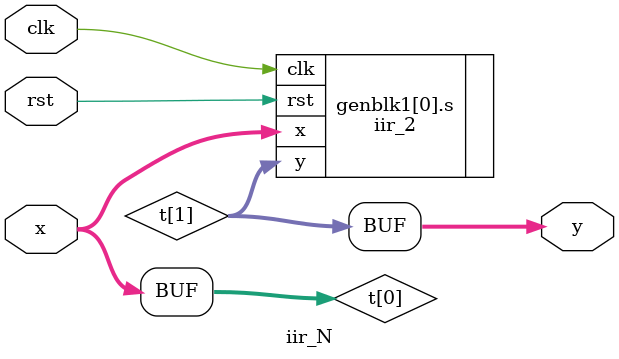
<source format=v>
/*  Generalized Nth Order Filter 
    Implemented Using Second Order SECTIONS.
    Parameters: 
        1. N            : Order of the Filter
                          (Default, 2)
        2. BITWIDTH     : BITWIDTH of Encoded Sequence (Optional)
                          (Default, 32)
        3. FAC          : Decimal to Integer shift factor's power. Left-shifted by 2^FAC
                          (Default, 20)
        4. GAINL        : Section Wise Gain ( <1 ) adjust. Output right-shited by 2^GAINL
                          (Default, 0)
        5. GAINM        : Section Wise Gain ( >1 ) adjust. Output left-shited by 2^GAINL
                          (Default, 0)

    Inputs:
        1. clk          : Clock Input
        2. rst          : Reset Input
        2. x            : Encoded Input Sequence [BITWIDTH-1:0]
    Output:
        1. y            : Encoded Output Sequence [BITWIDTH-1:0]
*/

module iir_N 
#(  // Parameter List
    parameter N = 2, 
    parameter BITWIDTH = 32,
    parameter FAC = 20,
    parameter GAINL = 0,
    parameter GAINM = 0
)
(   // Port List
    input clk,
    input rst,
    input [BITWIDTH-1:0] x,
    output [BITWIDTH-1:0] y
);

    localparam SECTIONS = (N+1)/2;
    // Intermediate Wires
    wire [BITWIDTH-1:0] t [0:SECTIONS+1];
    assign t[0] = x;
    assign y = t[SECTIONS];

    genvar i;
    generate
        for (i = 0; i < N; i = i + 2) begin
            iir_2 #(.INDEX(i/2), .BITWIDTH(BITWIDTH), .FAC(FAC), .GAINL(GAINL), .GAINM(GAINM)) s(.clk(clk), . rst(rst), .x(t[(i/2)]), .y(t[i/2+1]));
        end
    endgenerate
endmodule
</source>
